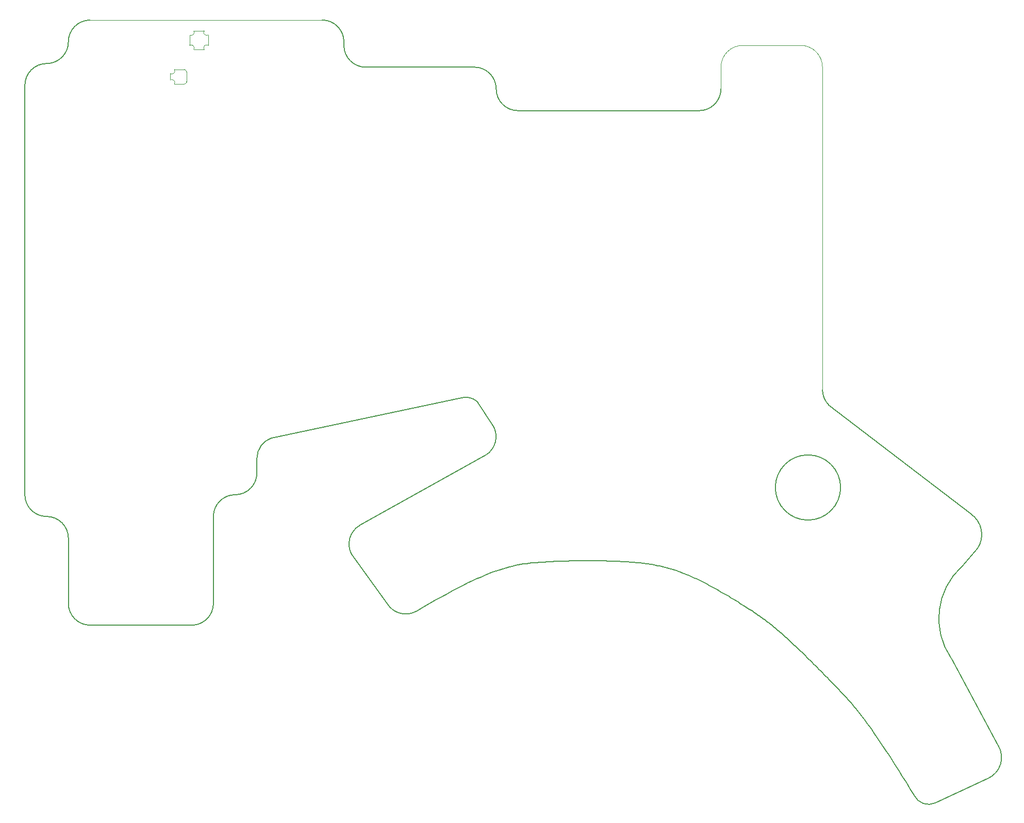
<source format=gm1>
G04 #@! TF.GenerationSoftware,KiCad,Pcbnew,7.0.2*
G04 #@! TF.CreationDate,2023-05-17T12:31:55+02:00*
G04 #@! TF.ProjectId,mykeeb_v7a2_left,6d796b65-6562-45f7-9637-61325f6c6566,rev?*
G04 #@! TF.SameCoordinates,Original*
G04 #@! TF.FileFunction,Profile,NP*
%FSLAX46Y46*%
G04 Gerber Fmt 4.6, Leading zero omitted, Abs format (unit mm)*
G04 Created by KiCad (PCBNEW 7.0.2) date 2023-05-17 12:31:55*
%MOMM*%
%LPD*%
G01*
G04 APERTURE LIST*
G04 #@! TA.AperFunction,Profile*
%ADD10C,0.100000*%
G04 #@! TD*
G04 #@! TA.AperFunction,Profile*
%ADD11C,0.160000*%
G04 #@! TD*
%ADD12C,0.160000*%
G04 #@! TA.AperFunction,Profile*
%ADD13C,0.120000*%
G04 #@! TD*
G04 APERTURE END LIST*
D10*
X165497014Y-153590754D02*
X175022022Y-153590754D01*
X96440753Y-149423563D02*
X58340815Y-149423563D01*
D11*
X88167469Y-218067852D02*
G75*
G03*
X85725119Y-221456436I1129423J-3388505D01*
G01*
X204053000Y-236246339D02*
X201485516Y-239184630D01*
X123262574Y-220925477D02*
G75*
G03*
X124487686Y-216024944I-1837822J3062850D01*
G01*
X47625136Y-227409583D02*
G75*
G03*
X51197013Y-230981413I3571856J26D01*
G01*
X47625135Y-227409583D02*
X47625040Y-160139197D01*
D12*
X155905444Y-240372587D02*
X156232409Y-240505663D01*
X156561973Y-240644262D01*
X156893828Y-240788091D01*
X157227664Y-240936862D01*
X157563173Y-241090282D01*
X157900045Y-241248062D01*
X158237972Y-241409910D01*
X158576644Y-241575537D01*
X158915754Y-241744651D01*
X159254991Y-241916963D01*
X159594047Y-242092180D01*
X159932613Y-242270013D01*
X160270380Y-242450172D01*
X160607039Y-242632364D01*
X160942281Y-242816301D01*
X161275798Y-243001691D01*
X161607280Y-243188243D01*
X161936418Y-243375667D01*
X162262904Y-243563673D01*
X162586429Y-243751970D01*
X162906683Y-243940266D01*
X163223357Y-244128272D01*
X163536144Y-244315697D01*
X163844733Y-244502250D01*
X164148816Y-244687641D01*
X164448084Y-244871579D01*
X164742229Y-245053774D01*
X165030940Y-245233934D01*
X165313909Y-245411769D01*
X165590828Y-245586989D01*
X165861387Y-245759302D01*
X166125278Y-245928420D01*
X145586944Y-238388087D02*
X145947135Y-238407302D01*
X146302347Y-238427825D01*
X146652835Y-238449802D01*
X146998853Y-238473378D01*
X147340655Y-238498699D01*
X147678495Y-238525909D01*
X148012629Y-238555154D01*
X148343311Y-238586579D01*
X148670794Y-238620329D01*
X148995334Y-238656550D01*
X149317185Y-238695387D01*
X149636601Y-238736986D01*
X149953837Y-238781491D01*
X150269146Y-238829048D01*
X150582785Y-238879802D01*
X150895006Y-238933899D01*
X151206065Y-238991484D01*
X151516216Y-239052701D01*
X151825712Y-239117697D01*
X152134810Y-239186617D01*
X152443763Y-239259605D01*
X152752825Y-239336808D01*
X153062251Y-239418371D01*
X153372295Y-239504438D01*
X153683213Y-239595156D01*
X153995257Y-239690668D01*
X154308683Y-239791122D01*
X154623745Y-239896662D01*
X154940698Y-240007433D01*
X155259796Y-240123580D01*
X155581293Y-240245250D01*
X155905444Y-240372587D01*
D11*
X121941376Y-212137870D02*
G75*
G03*
X119299123Y-211485022I-1917284J-2086387D01*
G01*
D10*
X178593947Y-210145489D02*
X178593900Y-157162632D01*
D11*
X179640141Y-212671185D02*
X202946058Y-230550657D01*
X121941346Y-212137903D02*
X124487686Y-216024944D01*
X125015764Y-160734510D02*
G75*
G03*
X121443899Y-157162585I-3571672J253D01*
G01*
X58340721Y-248840897D02*
X75009485Y-248840850D01*
X51196965Y-156567305D02*
G75*
G03*
X47625040Y-160139197I-73J-3571852D01*
G01*
D12*
X166125278Y-245928420D02*
X166382305Y-246094149D01*
X166632737Y-246256701D01*
X166876955Y-246416382D01*
X167115339Y-246573503D01*
X167348273Y-246728372D01*
X167576137Y-246881298D01*
X167799312Y-247032589D01*
X168018181Y-247182555D01*
X168233125Y-247331505D01*
X168444525Y-247479746D01*
X168652763Y-247627589D01*
X168858222Y-247775342D01*
X169061281Y-247923313D01*
X169262323Y-248071812D01*
X169461729Y-248221147D01*
X169659881Y-248371628D01*
X169857161Y-248523563D01*
X170053950Y-248677261D01*
X170250629Y-248833030D01*
X170447580Y-248991180D01*
X170645185Y-249152020D01*
X170843826Y-249315858D01*
X171043883Y-249483003D01*
X171245738Y-249653763D01*
X171449774Y-249828449D01*
X171656370Y-250007369D01*
X171865910Y-250190831D01*
X172078775Y-250379144D01*
X172295346Y-250572617D01*
X172516004Y-250771559D01*
X172741132Y-250976280D01*
X172971111Y-251187087D01*
D11*
X181570512Y-226218940D02*
G75*
G03*
X181570512Y-226218940I-5357817J0D01*
G01*
X100012631Y-152995488D02*
X100012631Y-153590754D01*
D10*
X178593895Y-157162632D02*
G75*
G03*
X175022022Y-153590754I-3571903J-25D01*
G01*
D11*
X205809341Y-274006675D02*
G75*
G03*
X207475062Y-268642483I-1598249J3437018D01*
G01*
X102634835Y-232424512D02*
X123262573Y-220925476D01*
X82153288Y-227409578D02*
G75*
G03*
X85725213Y-223837704I-96J3572021D01*
G01*
X158353258Y-164306388D02*
X128587655Y-164306435D01*
X207475062Y-268642483D02*
X199735859Y-254285956D01*
X100012686Y-152995488D02*
G75*
G03*
X96440753Y-149423563I-3571994J-69D01*
G01*
X197130916Y-278042298D02*
X205809343Y-274006679D01*
X103584509Y-157162679D02*
X107156387Y-157162585D01*
X125015714Y-160734510D02*
G75*
G03*
X128587655Y-164306435I3571878J-47D01*
G01*
X54768852Y-245268972D02*
G75*
G03*
X58340721Y-248840897I3571840J-85D01*
G01*
X204052995Y-236246336D02*
G75*
G03*
X202946058Y-230550657I-3432293J2288349D01*
G01*
X78581363Y-230981460D02*
X78581410Y-245268972D01*
D12*
X172971111Y-251187087D02*
X173206211Y-251404189D01*
X173446262Y-251627396D01*
X173690983Y-251856417D01*
X173940092Y-252090962D01*
X174193306Y-252330739D01*
X174450346Y-252575458D01*
X174710928Y-252824828D01*
X174974772Y-253078558D01*
X175241596Y-253336358D01*
X175511118Y-253597936D01*
X175783057Y-253863003D01*
X176057132Y-254131267D01*
X176333060Y-254402438D01*
X176610561Y-254676225D01*
X176889352Y-254952336D01*
X177169152Y-255230482D01*
X177449680Y-255510372D01*
X177730654Y-255791715D01*
X178011792Y-256074220D01*
X178292813Y-256357596D01*
X178573435Y-256641553D01*
X178853377Y-256925800D01*
X179132358Y-257210046D01*
X179410095Y-257494001D01*
X179686307Y-257777373D01*
X179960713Y-258059872D01*
X180233030Y-258341208D01*
X180502978Y-258621089D01*
X180770275Y-258899225D01*
X181034639Y-259175325D01*
X181295789Y-259449098D01*
X181553444Y-259720254D01*
X181553444Y-259720254D02*
X181807546Y-259988853D01*
X182058943Y-260256363D01*
X182308708Y-260524603D01*
X182557912Y-260795394D01*
X182807627Y-261070553D01*
X183058925Y-261351901D01*
X183312880Y-261641257D01*
X183570562Y-261940439D01*
X183833044Y-262251268D01*
X184101399Y-262575563D01*
X184376699Y-262915143D01*
X184660015Y-263271826D01*
X184952420Y-263647434D01*
X185254986Y-264043785D01*
X185568785Y-264462697D01*
X185894890Y-264905992D01*
X186234372Y-265375487D01*
X186588305Y-265873002D01*
X186957759Y-266400357D01*
X187343807Y-266959371D01*
X187747522Y-267551863D01*
X188169976Y-268179653D01*
X188612240Y-268844559D01*
X189075387Y-269548402D01*
X189560489Y-270293000D01*
X190068619Y-271080172D01*
X190600848Y-271911739D01*
X191158249Y-272789519D01*
X191741893Y-273715332D01*
X192352854Y-274690997D01*
X192992203Y-275718333D01*
X193661013Y-276799161D01*
D11*
X121443899Y-157162585D02*
X107156387Y-157162585D01*
X58340815Y-149423555D02*
G75*
G03*
X54768890Y-152995441I-123J-3571802D01*
G01*
X54768836Y-234553338D02*
G75*
G03*
X51197013Y-230981413I-3571944J-19D01*
G01*
X101327396Y-237303811D02*
X107072327Y-245216496D01*
X193661010Y-276799163D02*
G75*
G03*
X197130916Y-278042298I2364112J1134576D01*
G01*
X51196965Y-156567355D02*
G75*
G03*
X54768890Y-152995441I127J3571798D01*
G01*
X102634837Y-232424516D02*
G75*
G03*
X101327396Y-237303811I1786015J-3093391D01*
G01*
X54768891Y-234553338D02*
X54768843Y-245268972D01*
D10*
X161925183Y-160734510D02*
X161925136Y-157162632D01*
D11*
X82153288Y-227409628D02*
G75*
G03*
X78581363Y-230981460I-96J-3571829D01*
G01*
X107072374Y-245216469D02*
G75*
G03*
X111951611Y-246523586I3093218J1786212D01*
G01*
X85725213Y-223837704D02*
X85725119Y-221456436D01*
X75009485Y-248840875D02*
G75*
G03*
X78581410Y-245268972I107J3571818D01*
G01*
X158353258Y-164306348D02*
G75*
G03*
X161925183Y-160734510I-66J3571991D01*
G01*
D12*
X132489944Y-238487337D02*
X132909358Y-238460292D01*
X133330299Y-238434973D01*
X133752550Y-238411363D01*
X134175891Y-238389443D01*
X134600105Y-238369195D01*
X135024974Y-238350601D01*
X135450279Y-238333643D01*
X135875803Y-238318301D01*
X136301328Y-238304559D01*
X136726634Y-238292398D01*
X137151506Y-238281800D01*
X137575723Y-238272747D01*
X137999069Y-238265220D01*
X138421324Y-238259202D01*
X138842272Y-238254674D01*
X139261694Y-238251618D01*
X139679371Y-238250015D01*
X140095087Y-238249849D01*
X140508622Y-238251100D01*
X140919758Y-238253750D01*
X141328278Y-238257781D01*
X141733964Y-238263176D01*
X142136597Y-238269915D01*
X142535959Y-238277981D01*
X142931833Y-238287355D01*
X143323999Y-238298020D01*
X143712241Y-238309957D01*
X144096340Y-238323148D01*
X144476078Y-238337574D01*
X144851236Y-238353218D01*
X145221598Y-238370062D01*
X145586944Y-238388087D01*
D11*
X88167468Y-218067850D02*
X119299123Y-211485021D01*
D12*
X111951611Y-246523587D02*
X113045416Y-245872922D01*
X114095344Y-245259477D01*
X115102867Y-244682107D01*
X116069457Y-244139669D01*
X116996584Y-243631018D01*
X117885722Y-243155009D01*
X118738341Y-242710498D01*
X119555913Y-242296340D01*
X120339909Y-241911393D01*
X121091803Y-241554510D01*
X121813064Y-241224547D01*
X122505165Y-240920361D01*
X123169578Y-240640807D01*
X123807774Y-240384741D01*
X124421225Y-240151017D01*
X125011402Y-239938493D01*
X125579778Y-239746023D01*
X126127823Y-239572463D01*
X126657010Y-239416668D01*
X127168811Y-239277495D01*
X127664696Y-239153799D01*
X128146138Y-239044436D01*
X128614609Y-238948261D01*
X129071579Y-238864129D01*
X129518521Y-238790898D01*
X129956907Y-238727421D01*
X130388207Y-238672556D01*
X130813894Y-238625156D01*
X131235440Y-238584079D01*
X131654315Y-238548180D01*
X132071993Y-238516314D01*
X132489944Y-238487337D01*
D11*
X178593945Y-210145489D02*
G75*
G03*
X179640141Y-212671185I3572147J132D01*
G01*
X201485516Y-239184630D02*
G75*
G03*
X199735859Y-254285956I7775319J-8552879D01*
G01*
D10*
X165497014Y-153590761D02*
G75*
G03*
X161925136Y-157162632I-2J-3571876D01*
G01*
D11*
X100012570Y-153590754D02*
G75*
G03*
X103584509Y-157162679I3572122J197D01*
G01*
D13*
X71501064Y-159271320D02*
X71501064Y-158229920D01*
X72186864Y-157544120D02*
X73787064Y-157544120D01*
X73787064Y-159957120D02*
X72186864Y-159957120D01*
X74168064Y-157925120D02*
X74168064Y-159576120D01*
X74676064Y-153556320D02*
X74676064Y-151879920D01*
X75361864Y-151194120D02*
X77038264Y-151194120D01*
X75361864Y-154242120D02*
X77038264Y-154242120D01*
X77724064Y-153556320D02*
X77724064Y-151879920D01*
X72186864Y-159957120D02*
G75*
G03*
X71501064Y-159271320I-438047J247753D01*
G01*
X71501064Y-158229920D02*
G75*
G03*
X72186864Y-157544120I247753J438047D01*
G01*
X74168064Y-157925120D02*
G75*
G03*
X73787064Y-157544120I-380999J1D01*
G01*
X73787064Y-159957120D02*
G75*
G03*
X74168064Y-159576120I1J380999D01*
G01*
X75361864Y-154242120D02*
G75*
G03*
X74676064Y-153556320I-438047J247753D01*
G01*
X74676064Y-151879920D02*
G75*
G03*
X75361864Y-151194120I247753J438047D01*
G01*
X77724064Y-153556320D02*
G75*
G03*
X77038264Y-154242120I-247753J-438047D01*
G01*
X77038264Y-151194120D02*
G75*
G03*
X77724064Y-151879920I438050J-247750D01*
G01*
M02*

</source>
